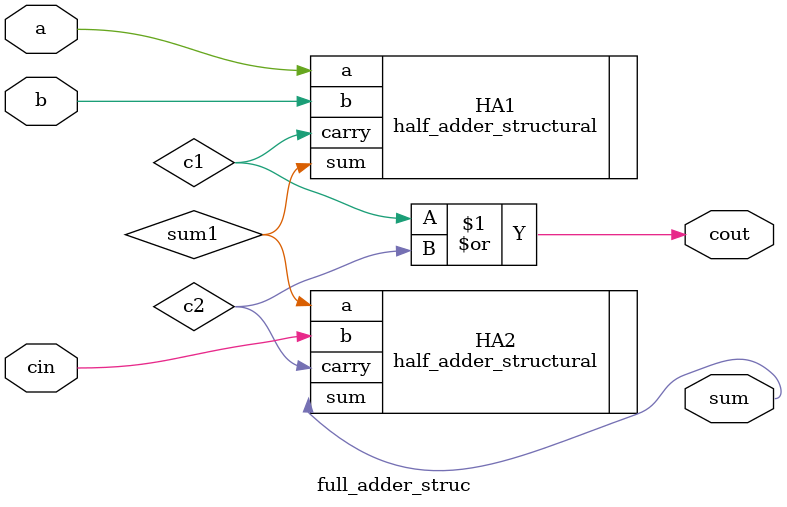
<source format=v>
module full_adder_struc(
	input a,
	input b,
	input cin,
	output cout,
	output sum
	);
	
	wire sum1;
	wire c2;
	wire c1;
	
	half_adder_structural HA1(
		.a(a),
		.b(b),
		.sum(sum1),
		.carry(c1)
		);
		
	half_adder_structural HA2(
		.a(sum1),
		.b(cin),
		.sum(sum),
		.carry(c2)
		);
		
	or (cout, c1, c2);

endmodule


</source>
